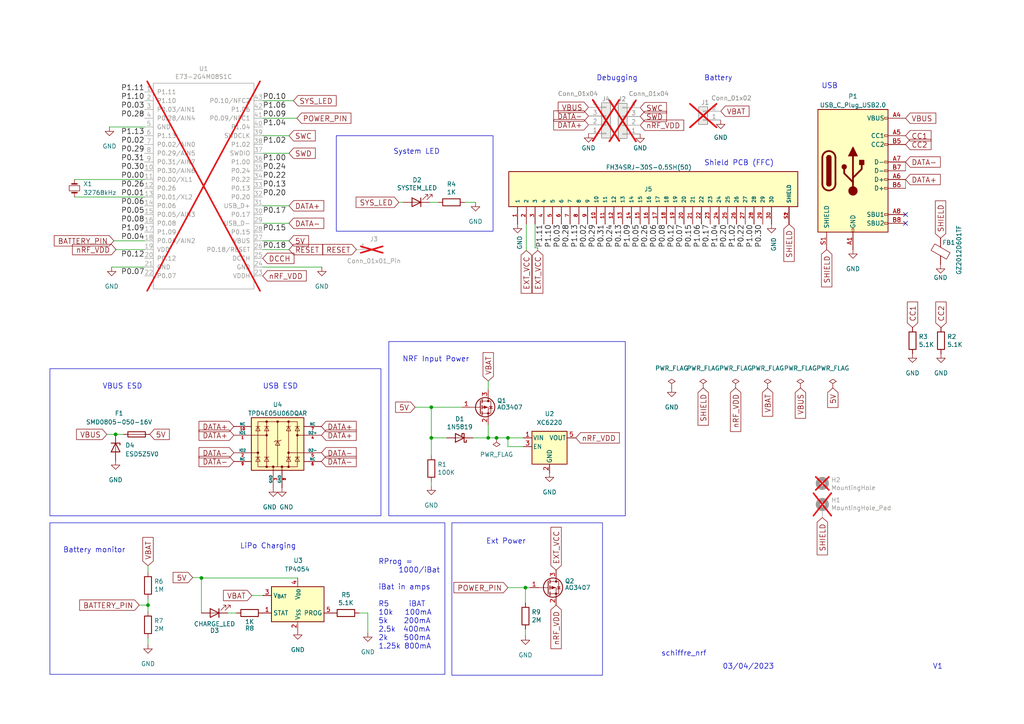
<source format=kicad_sch>
(kicad_sch (version 20230121) (generator eeschema)
  (paper "A4")
  (lib_symbols
    (symbol "Battery_Management:MCP73832-2-OT"
      (property "Reference" "U" (at -7.62 6.35 0))
      (property "Value" "MCP73832-2-OT" (at 1.27 6.35 0))
      (symbol "MCP73832-2-OT_1_1"
        (pin output line (at 10.16 -2.54 180) (length 2.54) (name "STAT") (number "1"))
        (pin power_in line (at 0 -7.62 90) (length 2.54) (name "V_{SS}") (number "2"))
        (pin power_out line (at 10.16 2.54 180) (length 2.54) (name "V_{BAT}") (number "3"))
        (pin power_in line (at 0 7.62 270) (length 2.54) (name "V_{DD}") (number "4"))
        (pin input line (at -10.16 -2.54 0) (length 2.54) (name "PROG") (number "5"))
      )
    )
    (symbol "Connector:Conn_01x01_Pin" (pin_names (offset 1.016) hide)
      (property "Reference" "J" (at 0 2.54 0))
      (property "Value" "Conn_01x01_Pin" (at 0 -2.54 0))
      (symbol "Conn_01x01_Pin_1_1"
        (pin passive line (at 5.08 0 180) (length 3.81) (name "Pin_1") (number "1"))
      )
    )
    (symbol "Connector:USB_C_Receptacle_USB2.0" (pin_names (offset 1.016))
      (property "Reference" "J" (at -10.16 19.05 0))
      (property "Value" "USB_C_Receptacle_USB2.0" (at 19.05 19.05 0))
      (symbol "USB_C_Receptacle_USB2.0_1_1"
        (pin passive line (at 0 -22.86 90) (length 5.08) (name "GND") (number "A1"))
        (pin passive line (at 0 -22.86 90) (length 5.08) hide (name "GND") (number "A12"))
        (pin passive line (at 15.24 15.24 180) (length 5.08) (name "VBUS") (number "A4"))
        (pin bidirectional line (at 15.24 10.16 180) (length 5.08) (name "CC1") (number "A5"))
        (pin bidirectional line (at 15.24 -2.54 180) (length 5.08) (name "D+") (number "A6"))
        (pin bidirectional line (at 15.24 2.54 180) (length 5.08) (name "D-") (number "A7"))
        (pin bidirectional line (at 15.24 -12.7 180) (length 5.08) (name "SBU1") (number "A8"))
        (pin passive line (at 15.24 15.24 180) (length 5.08) hide (name "VBUS") (number "A9"))
        (pin passive line (at 0 -22.86 90) (length 5.08) hide (name "GND") (number "B1"))
        (pin passive line (at 0 -22.86 90) (length 5.08) hide (name "GND") (number "B12"))
        (pin passive line (at 15.24 15.24 180) (length 5.08) hide (name "VBUS") (number "B4"))
        (pin bidirectional line (at 15.24 7.62 180) (length 5.08) (name "CC2") (number "B5"))
        (pin bidirectional line (at 15.24 -5.08 180) (length 5.08) (name "D+") (number "B6"))
        (pin bidirectional line (at 15.24 0 180) (length 5.08) (name "D-") (number "B7"))
        (pin bidirectional line (at 15.24 -15.24 180) (length 5.08) (name "SBU2") (number "B8"))
        (pin passive line (at 15.24 15.24 180) (length 5.08) hide (name "VBUS") (number "B9"))
        (pin passive line (at -7.62 -22.86 90) (length 5.08) (name "SHIELD") (number "S1"))
      )
    )
    (symbol "Connector_Generic:Conn_01x02" (pin_names (offset 1.016) hide)
      (property "Reference" "J" (at 0 2.54 0))
      (property "Value" "Conn_01x02" (at 0 -5.08 0))
      (symbol "Conn_01x02_1_1"
        (pin passive line (at -5.08 0 0) (length 3.81) (name "Pin_1") (number "1"))
        (pin passive line (at -5.08 -2.54 0) (length 3.81) (name "Pin_2") (number "2"))
      )
    )
    (symbol "Connector_Generic:Conn_01x04" (pin_names (offset 1.016) hide)
      (property "Reference" "J" (at 0 5.08 0))
      (property "Value" "Conn_01x04" (at 0 -7.62 0))
      (symbol "Conn_01x04_1_1"
        (pin passive line (at -5.08 2.54 0) (length 3.81) (name "Pin_1") (number "1"))
        (pin passive line (at -5.08 0 0) (length 3.81) (name "Pin_2") (number "2"))
        (pin passive line (at -5.08 -2.54 0) (length 3.81) (name "Pin_3") (number "3"))
        (pin passive line (at -5.08 -5.08 0) (length 3.81) (name "Pin_4") (number "4"))
      )
    )
    (symbol "Device:Crystal_Small" (pin_numbers hide) (pin_names (offset 1.016) hide)
      (property "Reference" "Y" (at 0 2.54 0))
      (property "Value" "Crystal_Small" (at 0 -2.54 0))
      (symbol "Crystal_Small_1_1"
        (pin passive line (at -2.54 0 0) (length 1.27) (name "1") (number "1"))
        (pin passive line (at 2.54 0 180) (length 1.27) (name "2") (number "2"))
      )
    )
    (symbol "Device:D_Zener" (pin_numbers hide) (pin_names (offset 1.016) hide)
      (property "Reference" "D" (at 0 2.54 0))
      (property "Value" "D_Zener" (at 0 -2.54 0))
      (symbol "D_Zener_1_1"
        (pin passive line (at -3.81 0 0) (length 2.54) (name "K") (number "1"))
        (pin passive line (at 3.81 0 180) (length 2.54) (name "A") (number "2"))
      )
    )
    (symbol "Device:FerriteBead" (pin_numbers hide) (pin_names (offset 0))
      (property "Reference" "FB" (at -3.81 0.635 90))
      (property "Value" "FerriteBead" (at 3.81 0 90))
      (symbol "FerriteBead_1_1"
        (pin passive line (at 0 3.81 270) (length 2.54) (name "~") (number "1"))
        (pin passive line (at 0 -3.81 90) (length 2.54) (name "~") (number "2"))
      )
    )
    (symbol "Device:Fuse" (pin_numbers hide) (pin_names (offset 0))
      (property "Reference" "F" (at 2.032 0 90))
      (property "Value" "Fuse" (at -1.905 0 90))
      (symbol "Fuse_1_1"
        (pin passive line (at 0 3.81 270) (length 1.27) (name "~") (number "1"))
        (pin passive line (at 0 -3.81 90) (length 1.27) (name "~") (number "2"))
      )
    )
    (symbol "Device:LED" (pin_numbers hide) (pin_names (offset 1.016) hide)
      (property "Reference" "D" (at 0 2.54 0))
      (property "Value" "LED" (at 0 -2.54 0))
      (symbol "LED_1_1"
        (pin passive line (at -3.81 0 0) (length 2.54) (name "K") (number "1"))
        (pin passive line (at 3.81 0 180) (length 2.54) (name "A") (number "2"))
      )
    )
    (symbol "Device:R" (pin_numbers hide) (pin_names (offset 0))
      (property "Reference" "R" (at 2.032 0 90))
      (property "Value" "R" (at 0 0 90))
      (symbol "R_1_1"
        (pin passive line (at 0 3.81 270) (length 1.27) (name "~") (number "1"))
        (pin passive line (at 0 -3.81 90) (length 1.27) (name "~") (number "2"))
      )
    )
    (symbol "Diode:MBR0520" (pin_numbers hide) (pin_names (offset 1.016) hide)
      (property "Reference" "D" (at 0 2.54 0))
      (property "Value" "MBR0520" (at 0 -2.54 0))
      (symbol "MBR0520_1_1"
        (pin passive line (at -3.81 0 0) (length 2.54) (name "K") (number "1"))
        (pin passive line (at 3.81 0 180) (length 2.54) (name "A") (number "2"))
      )
    )
    (symbol "E73-2G4M08S1C:E73-2G4M08S1C-52840" (pin_names (offset 1.016))
      (property "Reference" "U1" (at -0.635 34.671 0))
      (property "Value" "E73-2G4M08S1C" (at -0.635 32.3596 0))
      (symbol "E73-2G4M08S1C-52840_1_1"
        (pin input line (at -17.78 27.94 0) (length 2.54) (name "P1.11") (number "1"))
        (pin input line (at -17.78 5.08 0) (length 2.54) (name "P0.30/AIN6") (number "10"))
        (pin input line (at -17.78 2.54 0) (length 2.54) (name "P0.00/XL1") (number "11"))
        (pin input line (at -17.78 0 0) (length 2.54) (name "P0.26") (number "12"))
        (pin input line (at -17.78 -2.54 0) (length 2.54) (name "P0.01/XL2") (number "13"))
        (pin input line (at -17.78 -5.08 0) (length 2.54) (name "P0.06") (number "14"))
        (pin input line (at -17.78 -7.62 0) (length 2.54) (name "P0.05/AIN3") (number "15"))
        (pin input line (at -17.78 -10.16 0) (length 2.54) (name "P0.08") (number "16"))
        (pin input line (at -17.78 -12.7 0) (length 2.54) (name "P1.09") (number "17"))
        (pin input line (at -17.78 -15.24 0) (length 2.54) (name "P0.04/AIN2") (number "18"))
        (pin power_in line (at -17.78 -17.78 0) (length 2.54) (name "VDD") (number "19"))
        (pin input line (at -17.78 25.4 0) (length 2.54) (name "P1.10") (number "2"))
        (pin input line (at -17.78 -20.32 0) (length 2.54) (name "P0.12") (number "20"))
        (pin power_in line (at -17.78 -22.86 0) (length 2.54) (name "GND") (number "21"))
        (pin input line (at -17.78 -25.4 0) (length 2.54) (name "P0.07") (number "22"))
        (pin power_in line (at 16.51 -25.4 180) (length 2.54) (name "VDDH") (number "23"))
        (pin power_in line (at 16.51 -22.86 180) (length 2.54) (name "GND") (number "24"))
        (pin power_out line (at 16.51 -20.32 180) (length 2.54) (name "DCCH") (number "25"))
        (pin input line (at 16.51 -17.78 180) (length 2.54) (name "P0.18/RESET") (number "26"))
        (pin power_in line (at 16.51 -15.24 180) (length 2.54) (name "VBUS") (number "27"))
        (pin power_in line (at 16.51 -12.7 180) (length 2.54) (name "P0.15") (number "28"))
        (pin input line (at 16.51 -10.16 180) (length 2.54) (name "USB_D-") (number "29"))
        (pin input line (at -17.78 22.86 0) (length 2.54) (name "P0.03/AIN1") (number "3"))
        (pin input line (at 16.51 -7.62 180) (length 2.54) (name "P0.17") (number "30"))
        (pin input line (at 16.51 -5.08 180) (length 2.54) (name "USB_D+") (number "31"))
        (pin input line (at 16.51 -2.54 180) (length 2.54) (name "P0.20") (number "32"))
        (pin input line (at 16.51 0 180) (length 2.54) (name "P0.13") (number "33"))
        (pin input line (at 16.51 2.54 180) (length 2.54) (name "P0.22") (number "34"))
        (pin input line (at 16.51 5.08 180) (length 2.54) (name "P0.24") (number "35"))
        (pin input line (at 16.51 7.62 180) (length 2.54) (name "P1.00") (number "36"))
        (pin input line (at 16.51 10.16 180) (length 2.54) (name "SWDIO") (number "37"))
        (pin input line (at 16.51 12.7 180) (length 2.54) (name "P1.02") (number "38"))
        (pin input line (at 16.51 15.24 180) (length 2.54) (name "SWDCLK") (number "39"))
        (pin input line (at -17.78 20.32 0) (length 2.54) (name "P0.28/AIN4") (number "4"))
        (pin input line (at 16.51 17.78 180) (length 2.54) (name "P1.04") (number "40"))
        (pin input line (at 16.51 20.32 180) (length 2.54) (name "P0.09/NFC1") (number "41"))
        (pin input line (at 16.51 22.86 180) (length 2.54) (name "P1.06") (number "42"))
        (pin input line (at 16.51 25.4 180) (length 2.54) (name "P0.10/NFC2") (number "43"))
        (pin power_in line (at -17.78 17.78 0) (length 2.54) (name "GND") (number "5"))
        (pin input line (at -17.78 15.24 0) (length 2.54) (name "P1.13") (number "6"))
        (pin input line (at -17.78 12.7 0) (length 2.54) (name "P0.02/AIN0") (number "7"))
        (pin input line (at -17.78 10.16 0) (length 2.54) (name "P0.29/AIN5") (number "8"))
        (pin input line (at -17.78 7.62 0) (length 2.54) (name "P0.31/AIN7") (number "9"))
      )
    )
    (symbol "FH34SRJ-30S-05:FH34SRJ-30S-0.5SH(50)" (pin_names (offset 1.016))
      (property "Reference" "J" (at -5.08 41.91 0))
      (property "Value" "FH34SRJ-30S-0.5SH(50)" (at -5.08 -45.72 0))
      (symbol "FH34SRJ-30S-0.5SH(50)_0_0"
        (pin passive line (at -10.16 38.1 0) (length 5.08) (name "1") (number "1"))
        (pin passive line (at -10.16 15.24 0) (length 5.08) (name "10") (number "10"))
        (pin passive line (at -10.16 12.7 0) (length 5.08) (name "11") (number "11"))
        (pin passive line (at -10.16 10.16 0) (length 5.08) (name "12") (number "12"))
        (pin passive line (at -10.16 7.62 0) (length 5.08) (name "13") (number "13"))
        (pin passive line (at -10.16 5.08 0) (length 5.08) (name "14") (number "14"))
        (pin passive line (at -10.16 2.54 0) (length 5.08) (name "15") (number "15"))
        (pin passive line (at -10.16 0 0) (length 5.08) (name "16") (number "16"))
        (pin passive line (at -10.16 -2.54 0) (length 5.08) (name "17") (number "17"))
        (pin passive line (at -10.16 -5.08 0) (length 5.08) (name "18") (number "18"))
        (pin passive line (at -10.16 -7.62 0) (length 5.08) (name "19") (number "19"))
        (pin passive line (at -10.16 35.56 0) (length 5.08) (name "2") (number "2"))
        (pin passive line (at -10.16 -10.16 0) (length 5.08) (name "20") (number "20"))
        (pin passive line (at -10.16 -12.7 0) (length 5.08) (name "21") (number "21"))
        (pin passive line (at -10.16 -15.24 0) (length 5.08) (name "22") (number "22"))
        (pin passive line (at -10.16 -17.78 0) (length 5.08) (name "23") (number "23"))
        (pin passive line (at -10.16 -20.32 0) (length 5.08) (name "24") (number "24"))
        (pin passive line (at -10.16 -22.86 0) (length 5.08) (name "25") (number "25"))
        (pin passive line (at -10.16 -25.4 0) (length 5.08) (name "26") (number "26"))
        (pin passive line (at -10.16 -27.94 0) (length 5.08) (name "27") (number "27"))
        (pin passive line (at -10.16 -30.48 0) (length 5.08) (name "28") (number "28"))
        (pin passive line (at -10.16 -33.02 0) (length 5.08) (name "29") (number "29"))
        (pin passive line (at -10.16 33.02 0) (length 5.08) (name "3") (number "3"))
        (pin passive line (at -10.16 -35.56 0) (length 5.08) (name "30") (number "30"))
        (pin passive line (at -10.16 30.48 0) (length 5.08) (name "4") (number "4"))
        (pin passive line (at -10.16 27.94 0) (length 5.08) (name "5") (number "5"))
        (pin passive line (at -10.16 25.4 0) (length 5.08) (name "6") (number "6"))
        (pin passive line (at -10.16 22.86 0) (length 5.08) (name "7") (number "7"))
        (pin passive line (at -10.16 20.32 0) (length 5.08) (name "8") (number "8"))
        (pin passive line (at -10.16 17.78 0) (length 5.08) (name "9") (number "9"))
        (pin passive line (at -10.16 -40.64 0) (length 5.08) (name "SHIELD") (number "S1"))
        (pin passive line (at -10.16 -40.64 0) (length 5.08) (name "SHIELD") (number "S2"))
      )
    )
    (symbol "Mechanical:MountingHole" (pin_names (offset 1.016))
      (property "Reference" "H" (at 0 5.08 0))
      (property "Value" "MountingHole" (at 0 3.175 0))
    )
    (symbol "Mechanical:MountingHole_Pad" (pin_numbers hide) (pin_names (offset 1.016) hide)
      (property "Reference" "H" (at 0 6.35 0))
      (property "Value" "MountingHole_Pad" (at 0 4.445 0))
      (symbol "MountingHole_Pad_1_1"
        (pin input line (at 0 -2.54 90) (length 2.54) (name "1") (number "1"))
      )
    )
    (symbol "Regulator_Linear:AP2112K-3.3" (pin_names (offset 0.254))
      (property "Reference" "U" (at -5.08 5.715 0))
      (property "Value" "AP2112K-3.3" (at 0 5.715 0))
      (symbol "AP2112K-3.3_1_1"
        (pin power_in line (at -7.62 2.54 0) (length 2.54) (name "VIN") (number "1"))
        (pin power_in line (at 0 -7.62 90) (length 2.54) (name "GND") (number "2"))
        (pin input line (at -7.62 0 0) (length 2.54) (name "EN") (number "3"))
        (pin no_connect line (at 5.08 0 180) (length 2.54) hide (name "NC") (number "4"))
        (pin power_out line (at 7.62 2.54 180) (length 2.54) (name "VOUT") (number "5"))
      )
    )
    (symbol "Transistor_FET:BSS83P" (pin_names hide)
      (property "Reference" "Q" (at 5.08 1.905 0))
      (property "Value" "BSS83P" (at 5.08 0 0))
      (symbol "BSS83P_1_1"
        (pin input line (at -5.08 0 0) (length 2.54) (name "G") (number "1"))
        (pin passive line (at 2.54 -5.08 90) (length 2.54) (name "S") (number "2"))
        (pin passive line (at 2.54 5.08 270) (length 2.54) (name "D") (number "3"))
      )
    )
    (symbol "acheron_Symbols:TPD4E05U06DQAR" (pin_names (offset 0))
      (property "Reference" "U" (at 0 12.7 0))
      (property "Value" "TPD4E05U06DQAR" (at 0 10.16 0))
      (symbol "TPD4E05U06DQAR_1_1"
        (pin bidirectional line (at -12.7 2.54 0) (length 5.08) (name "IO1") (number "1"))
        (pin bidirectional line (at -12.7 5.08 0) (length 5.08) (name "NC") (number "10"))
        (pin bidirectional line (at -12.7 -2.54 0) (length 5.08) (name "IO2") (number "2"))
        (pin power_in line (at -1.27 -12.7 90) (length 5.08) (name "GND") (number "3"))
        (pin bidirectional line (at 12.7 2.54 180) (length 5.08) (name "D2+") (number "4"))
        (pin bidirectional line (at 12.7 -2.54 180) (length 5.08) (name "D2-") (number "5"))
        (pin bidirectional line (at 12.7 -5.08 180) (length 5.08) (name "NC") (number "6"))
        (pin bidirectional line (at 12.7 5.08 180) (length 5.08) (name "NC") (number "7"))
        (pin power_in line (at 1.27 -12.7 90) (length 5.08) (name "GND") (number "8"))
        (pin bidirectional line (at -12.7 -5.08 0) (length 5.08) (name "NC") (number "9"))
      )
    )
    (symbol "nrfmicro-rescue:GND" (power) (pin_names (offset 0))
      (property "Value" "GND" (at 0 -3.81 0))
      (symbol "GND_1_1"
        (pin power_in line (at 0 0 270) (length 0) hide (name "GND") (number "1"))
      )
    )
    (symbol "power:GND" (power) (pin_names (offset 0))
      (property "Value" "GND" (at 0 -3.81 0))
      (symbol "GND_1_1"
        (pin power_in line (at 0 0 270) (length 0) hide (name "GND") (number "1"))
      )
    )
    (symbol "power:PWR_FLAG" (power) (pin_numbers hide) (pin_names (offset 0) hide)
      (property "Value" "PWR_FLAG" (at 0 3.81 0))
      (symbol "PWR_FLAG_0_0"
        (pin power_out line (at 0 0 90) (length 0) (name "pwr") (number "1"))
      )
    )
  )
  (junction (at 42.926 175.514))
  (junction (at 152.4 170.434))
  (junction (at 125.095 118.11))
  (junction (at 147.32 127))
  (junction (at 144.018 127))
  (junction (at 58.42 167.64))
  (junction (at 141.605 127))
  (junction (at 125.095 127))
  (junction (at 33.528 125.984))
  (no_connect (at 262.636 62.23))
  (no_connect (at 262.636 64.77))
  (wire (pts (xy 73.025 172.72) (xy 76.2 172.72)))
  (wire (pts (xy 83.82 72.39) (xy 76.2 72.39)))
  (wire (pts (xy 42.926 185.039) (xy 42.926 186.944)))
  (wire (pts (xy 55.88 167.513) (xy 58.42 167.513)))
  (wire (pts (xy 76.2 29.21) (xy 85.09 29.21)))
  (wire (pts (xy 33.528 125.984) (xy 35.814 125.984)))
  (wire (pts (xy 125.095 139.7) (xy 125.095 140.97)))
  (wire (pts (xy 58.42 177.8) (xy 58.42 167.64)))
  (wire (pts (xy 124.587 58.674) (xy 127.127 58.674)))
  (wire (pts (xy 152.654 72.644) (xy 152.654 65.024)))
  (wire (pts (xy 152.4 170.434) (xy 153.67 170.434)))
  (wire (pts (xy 83.82 69.85) (xy 76.2 69.85)))
  (wire (pts (xy 147.32 129.54) (xy 147.32 127)))
  (wire (pts (xy 21.59 57.15) (xy 41.91 57.15)))
  (wire (pts (xy 152.4 182.499) (xy 152.4 184.404)))
  (wire (pts (xy 155.194 71.882) (xy 155.194 65.024)))
  (wire (pts (xy 147.32 170.434) (xy 152.4 170.434)))
  (wire (pts (xy 125.095 127) (xy 125.095 132.08)))
  (wire (pts (xy 83.82 44.45) (xy 76.2 44.45)))
  (wire (pts (xy 262.636 46.99) (xy 262.636 49.53)))
  (wire (pts (xy 83.82 64.77) (xy 76.2 64.77)))
  (wire (pts (xy 104.14 177.8) (xy 106.68 177.8)))
  (wire (pts (xy 21.59 52.07) (xy 41.91 52.07)))
  (wire (pts (xy 262.636 52.07) (xy 262.636 54.61)))
  (wire (pts (xy 141.605 110.49) (xy 141.605 113.03)))
  (wire (pts (xy 125.095 118.11) (xy 120.396 118.11)))
  (wire (pts (xy 41.91 77.47) (xy 32.385 77.47)))
  (wire (pts (xy 40.386 175.514) (xy 42.926 175.514)))
  (wire (pts (xy 66.04 177.8) (xy 68.58 177.8)))
  (wire (pts (xy 141.605 127) (xy 144.018 127)))
  (wire (pts (xy 58.42 167.513) (xy 58.42 167.64)))
  (wire (pts (xy 76.2 34.29) (xy 86.106 34.29)))
  (wire (pts (xy 125.095 127) (xy 129.54 127)))
  (wire (pts (xy 141.605 123.19) (xy 141.605 127)))
  (wire (pts (xy 76.2 77.47) (xy 93.345 77.47)))
  (wire (pts (xy 144.018 127) (xy 147.32 127)))
  (wire (pts (xy 125.095 118.11) (xy 125.095 127)))
  (wire (pts (xy 151.765 129.54) (xy 147.32 129.54)))
  (wire (pts (xy 58.42 167.64) (xy 86.36 167.64)))
  (wire (pts (xy 83.82 59.69) (xy 76.2 59.69)))
  (wire (pts (xy 155.956 71.882) (xy 155.194 71.882)))
  (wire (pts (xy 137.16 127) (xy 141.605 127)))
  (wire (pts (xy 42.926 164.084) (xy 42.926 165.989)))
  (wire (pts (xy 41.91 69.85) (xy 33.02 69.85)))
  (wire (pts (xy 83.82 39.37) (xy 76.2 39.37)))
  (wire (pts (xy 31.75 36.83) (xy 41.91 36.83)))
  (wire (pts (xy 115.697 58.674) (xy 116.967 58.674)))
  (wire (pts (xy 41.91 72.39) (xy 33.655 72.39)))
  (wire (pts (xy 134.747 58.674) (xy 137.922 58.674)))
  (wire (pts (xy 42.926 173.609) (xy 42.926 175.514)))
  (wire (pts (xy 106.68 177.8) (xy 106.68 183.515)))
  (wire (pts (xy 155.956 72.644) (xy 155.956 71.882)))
  (wire (pts (xy 152.4 174.879) (xy 152.4 170.434)))
  (wire (pts (xy 125.095 118.11) (xy 133.985 118.11)))
  (wire (pts (xy 42.926 175.514) (xy 42.926 177.419)))
  (wire (pts (xy 147.32 127) (xy 151.765 127)))
  (wire (pts (xy 30.988 125.984) (xy 33.528 125.984)))
  (rectangle (start 112.776 99.06) (end 181.356 149.606))
  (rectangle (start 14.478 151.638) (end 129.032 195.58))
  (rectangle (start 97.536 39.37) (end 143.002 67.056))
  (rectangle (start 131.064 151.638) (end 174.752 195.834))
  (rectangle (start 14.478 106.934) (end 110.49 149.606))
  (text "LiPo Charging\n" (at 69.596 159.385 0) (effects (font (size 1.524 1.524)) (justify left bottom)))
  (text "03/04/2023" (at 209.55 194.31 0) (effects (font (size 1.524 1.524)) (justify left bottom)))
  (text "V1" (at 270.51 194.31 0) (effects (font (size 1.524 1.524)) (justify left bottom)))
  (text "VBUS ESD" (at 29.718 113.03 0) (effects (font (size 1.524 1.524)) (justify left bottom)))
  (text "RProg =\n     1000/iBat\n\niBat in amps\n\nR5     iBAT\n10k   100mA\n5k    200mA\n2.5k  400mA\n2k    500mA\n1.25k 800mA" (at 109.728 188.468 0) (effects (font (size 1.524 1.524)) (justify left bottom)))
  (text "Debugging" (at 172.974 23.622 0) (effects (font (size 1.524 1.524)) (justify left bottom)))
  (text "USB" (at 238.252 25.908 0) (effects (font (size 1.524 1.524)) (justify left bottom)))
  (text "NRF Input Power" (at 116.713 105.156 0) (effects (font (size 1.524 1.524)) (justify left bottom)))
  (text "schiffre_nrf" (at 191.77 190.5 0) (effects (font (size 1.524 1.524)) (justify left bottom)))
  (text "USB ESD" (at 76.2 113.03 0) (effects (font (size 1.524 1.524)) (justify left bottom)))
  (text "System LED" (at 114.046 44.958 0) (effects (font (size 1.524 1.524)) (justify left bottom)))
  (text "Shield PCB (FFC)" (at 204.216 48.26 0) (effects (font (size 1.524 1.524)) (justify left bottom)))
  (text "Battery monitor" (at 18.288 160.528 0) (effects (font (size 1.524 1.524)) (justify left bottom)))
  (text "Battery" (at 204.216 23.622 0) (effects (font (size 1.524 1.524)) (justify left bottom)))
  (text "Ext Power" (at 140.97 157.988 0) (effects (font (size 1.524 1.524)) (justify left bottom)))
  (label "P0.15" (at 76.2 67.31 0) (effects (font (size 1.524 1.524))))
  (label "P0.15" (at 200.914 65.024 270) (effects (font (size 1.524 1.524))))
  (label "P0.03" (at 162.814 65.024 270) (effects (font (size 1.524 1.524))))
  (label "P0.28" (at 41.91 34.29 180) (effects (font (size 1.524 1.524))))
  (label "P0.26" (at 41.91 54.61 180) (effects (font (size 1.524 1.524))))
  (label "P0.29" (at 41.91 44.45 180) (effects (font (size 1.524 1.524))))
  (label "P0.08" (at 193.294 65.024 270) (effects (font (size 1.524 1.524))))
  (label "P0.06" (at 41.91 59.69 180) (effects (font (size 1.524 1.524))))
  (label "P0.30" (at 41.91 49.53 180) (effects (font (size 1.524 1.524))))
  (label "P1.06" (at 203.454 65.024 270) (effects (font (size 1.524 1.524))))
  (label "P0.04" (at 41.91 69.85 180) (effects (font (size 1.524 1.524))))
  (label "P0.29" (at 172.974 65.024 270) (effects (font (size 1.524 1.524))))
  (label "P0.12" (at 41.91 74.93 180) (effects (font (size 1.524 1.524))))
  (label "P0.12" (at 195.834 65.024 270) (effects (font (size 1.524 1.524))))
  (label "P0.08" (at 41.91 64.77 180) (effects (font (size 1.524 1.524))))
  (label "P0.22" (at 76.2 52.07 0) (effects (font (size 1.524 1.524))))
  (label "P0.17" (at 76.2 62.23 0) (effects (font (size 1.524 1.524))))
  (label "P1.11" (at 157.734 65.024 270) (effects (font (size 1.524 1.524))))
  (label "P1.10" (at 160.274 65.024 270) (effects (font (size 1.524 1.524))))
  (label "P0.20" (at 76.2 57.15 0) (effects (font (size 1.524 1.524))))
  (label "P1.09" (at 41.91 67.31 180) (effects (font (size 1.524 1.524))))
  (label "P0.24" (at 178.054 65.024 270) (effects (font (size 1.524 1.524))))
  (label "P1.02" (at 76.2 41.91 0) (effects (font (size 1.524 1.524))))
  (label "P0.31" (at 175.514 65.024 270) (effects (font (size 1.524 1.524))))
  (label "P0.22" (at 216.154 65.024 270) (effects (font (size 1.524 1.524))))
  (label "P1.11" (at 41.91 26.67 180) (effects (font (size 1.524 1.524))))
  (label "P1.04" (at 76.2 36.83 0) (effects (font (size 1.524 1.524))))
  (label "P0.24" (at 76.2 49.53 0) (effects (font (size 1.524 1.524))))
  (label "P1.13" (at 167.894 65.024 270) (effects (font (size 1.524 1.524))))
  (label "P0.07" (at 198.374 65.024 270) (effects (font (size 1.524 1.524))))
  (label "P0.00" (at 41.91 52.07 180) (effects (font (size 1.524 1.524))))
  (label "P0.02" (at 170.434 65.024 270) (effects (font (size 1.524 1.524))))
  (label "P0.05" (at 41.91 62.23 180) (effects (font (size 1.524 1.524))))
  (label "P0.20" (at 211.074 65.024 270) (effects (font (size 1.524 1.524))))
  (label "P1.13" (at 41.91 39.37 180) (effects (font (size 1.524 1.524))))
  (label "P0.30" (at 221.234 65.024 270) (effects (font (size 1.524 1.524))))
  (label "P0.17" (at 205.994 65.024 270) (effects (font (size 1.524 1.524))))
  (label "P0.13" (at 180.594 65.024 270) (effects (font (size 1.524 1.524))))
  (label "P0.06" (at 190.754 65.024 270) (effects (font (size 1.524 1.524))))
  (label "P0.09" (at 76.2 34.29 0) (effects (font (size 1.524 1.524))))
  (label "P1.00" (at 218.694 65.024 270) (effects (font (size 1.524 1.524))))
  (label "P1.06" (at 76.2 31.75 0) (effects (font (size 1.524 1.524))))
  (label "P1.02" (at 213.614 65.024 270) (effects (font (size 1.524 1.524))))
  (label "P0.31" (at 41.91 46.99 180) (effects (font (size 1.524 1.524))))
  (label "P0.07" (at 41.91 80.01 180) (effects (font (size 1.524 1.524))))
  (label "P0.28" (at 165.354 65.024 270) (effects (font (size 1.524 1.524))))
  (label "P0.10" (at 76.2 29.21 0) (effects (font (size 1.524 1.524))))
  (label "P1.10" (at 41.91 29.21 180) (effects (font (size 1.524 1.524))))
  (label "P0.26" (at 188.214 65.024 270) (effects (font (size 1.524 1.524))))
  (label "P1.00" (at 76.2 46.99 0) (effects (font (size 1.524 1.524))))
  (label "P1.09" (at 183.134 65.024 270) (effects (font (size 1.524 1.524))))
  (label "P0.18" (at 76.2 72.39 0) (effects (font (size 1.524 1.524))))
  (label "P0.03" (at 41.91 31.75 180) (effects (font (size 1.524 1.524))))
  (label "P1.04" (at 208.534 65.024 270) (effects (font (size 1.524 1.524))))
  (label "P0.01" (at 41.91 57.15 180) (effects (font (size 1.524 1.524))))
  (label "P0.05" (at 185.674 65.024 270) (effects (font (size 1.524 1.524))))
  (label "P0.13" (at 76.2 54.61 0) (effects (font (size 1.524 1.524))))
  (label "P0.02" (at 41.91 41.91 180) (effects (font (size 1.524 1.524))))
  (global_label "nRF_VDD" (shape input) (at 161.29 175.514 270) (effects (font (size 1.524 1.524))) (property "Intersheetrefs" "${INTERSHEET_REFS}" (effects hide)))
  (global_label "VBUS" (shape input) (at 30.988 125.984 180) (effects (font (size 1.524 1.524))) (property "Intersheetrefs" "${INTERSHEET_REFS}" (effects hide)))
  (global_label "VBUS" (shape input) (at 232.156 112.522 270) (effects (font (size 1.524 1.524))) (property "Intersheetrefs" "${INTERSHEET_REFS}" (effects hide)))
  (global_label "POWER_PIN" (shape input) (at 147.32 170.434 180) (effects (font (size 1.524 1.524))) (property "Intersheetrefs" "${INTERSHEET_REFS}" (effects hide)))
  (global_label "VBAT" (shape input) (at 209.042 32.258 0) (effects (font (size 1.524 1.524))) (property "Intersheetrefs" "${INTERSHEET_REFS}" (effects hide)))
  (global_label "DATA+" (shape input) (at 93.218 123.698 0) (effects (font (size 1.524 1.524))) (property "Intersheetrefs" "${INTERSHEET_REFS}" (effects hide)))
  (global_label "DATA-" (shape input) (at 83.82 64.77 0) (effects (font (size 1.524 1.524))) (property "Intersheetrefs" "${INTERSHEET_REFS}" (effects hide)))
  (global_label "nRF_VDD" (shape input) (at 33.655 72.39 180) (effects (font (size 1.524 1.524))) (property "Intersheetrefs" "${INTERSHEET_REFS}" (effects hide)))
  (global_label "SWC" (shape input) (at 83.82 39.37 0) (effects (font (size 1.524 1.524))) (property "Intersheetrefs" "${INTERSHEET_REFS}" (effects hide)))
  (global_label "VBUS" (shape input) (at 262.636 34.29 0) (effects (font (size 1.524 1.524))) (property "Intersheetrefs" "${INTERSHEET_REFS}" (effects hide)))
  (global_label "CC1" (shape input) (at 264.668 94.996 90) (effects (font (size 1.524 1.524))) (property "Intersheetrefs" "${INTERSHEET_REFS}" (effects hide)))
  (global_label "5V" (shape input) (at 43.434 125.984 0) (effects (font (size 1.524 1.524))) (property "Intersheetrefs" "${INTERSHEET_REFS}" (effects hide)))
  (global_label "nRF_VDD" (shape input) (at 185.674 36.322 0) (effects (font (size 1.524 1.524))) (property "Intersheetrefs" "${INTERSHEET_REFS}" (effects hide)))
  (global_label "DATA-" (shape input) (at 93.218 131.318 0) (effects (font (size 1.524 1.524))) (property "Intersheetrefs" "${INTERSHEET_REFS}" (effects hide)))
  (global_label "CC2" (shape input) (at 262.636 41.91 0) (effects (font (size 1.524 1.524))) (property "Intersheetrefs" "${INTERSHEET_REFS}" (effects hide)))
  (global_label "DATA+" (shape input) (at 67.818 126.238 180) (effects (font (size 1.524 1.524))) (property "Intersheetrefs" "${INTERSHEET_REFS}" (effects hide)))
  (global_label "DATA-" (shape input) (at 93.218 133.858 0) (effects (font (size 1.524 1.524))) (property "Intersheetrefs" "${INTERSHEET_REFS}" (effects hide)))
  (global_label "CC2" (shape input) (at 272.923 94.996 90) (effects (font (size 1.524 1.524))) (property "Intersheetrefs" "${INTERSHEET_REFS}" (effects hide)))
  (global_label "VBAT" (shape input) (at 222.631 112.522 270) (effects (font (size 1.524 1.524))) (property "Intersheetrefs" "${INTERSHEET_REFS}" (effects hide)))
  (global_label "SWD" (shape input) (at 185.674 33.782 0) (effects (font (size 1.524 1.524))) (property "Intersheetrefs" "${INTERSHEET_REFS}" (effects hide)))
  (global_label "DCCH" (shape input) (at 76.2 74.93 0) (effects (font (size 1.524 1.524))) (property "Intersheetrefs" "${INTERSHEET_REFS}" (effects hide)))
  (global_label "SHIELD" (shape input) (at 272.796 69.088 90) (effects (font (size 1.524 1.524))) (property "Intersheetrefs" "${INTERSHEET_REFS}" (effects hide)))
  (global_label "EXT_VCC" (shape input) (at 155.956 72.644 270) (effects (font (size 1.524 1.524))) (property "Intersheetrefs" "${INTERSHEET_REFS}" (effects hide)))
  (global_label "DATA-" (shape input) (at 170.688 33.655 180) (effects (font (size 1.524 1.524))) (property "Intersheetrefs" "${INTERSHEET_REFS}" (effects hide)))
  (global_label "DATA-" (shape input) (at 67.818 131.318 180) (effects (font (size 1.524 1.524))) (property "Intersheetrefs" "${INTERSHEET_REFS}" (effects hide)))
  (global_label "POWER_PIN" (shape input) (at 86.106 34.29 0) (effects (font (size 1.524 1.524))) (property "Intersheetrefs" "${INTERSHEET_REFS}" (effects hide)))
  (global_label "nRF_VDD" (shape input) (at 76.2 80.01 0) (effects (font (size 1.524 1.524))) (property "Intersheetrefs" "${INTERSHEET_REFS}" (effects hide)))
  (global_label "CC1" (shape input) (at 262.636 39.37 0) (effects (font (size 1.524 1.524))) (property "Intersheetrefs" "${INTERSHEET_REFS}" (effects hide)))
  (global_label "nRF_VDD" (shape input) (at 167.005 127 0) (effects (font (size 1.524 1.524))) (property "Intersheetrefs" "${INTERSHEET_REFS}" (effects hide)))
  (global_label "SHIELD" (shape input) (at 238.506 150.114 270) (effects (font (size 1.524 1.524))) (property "Intersheetrefs" "${INTERSHEET_REFS}" (effects hide)))
  (global_label "5V" (shape input) (at 241.554 112.522 270) (effects (font (size 1.524 1.524))) (property "Intersheetrefs" "${INTERSHEET_REFS}" (effects hide)))
  (global_label "DATA-" (shape input) (at 67.818 133.858 180) (effects (font (size 1.524 1.524))) (property "Intersheetrefs" "${INTERSHEET_REFS}" (effects hide)))
  (global_label "RESET" (shape input) (at 83.82 72.39 0) (effects (font (size 1.524 1.524))) (property "Intersheetrefs" "${INTERSHEET_REFS}" (effects hide)))
  (global_label "VBAT" (shape input) (at 42.926 164.084 90) (effects (font (size 1.524 1.524))) (property "Intersheetrefs" "${INTERSHEET_REFS}" (effects hide)))
  (global_label "SWC" (shape input) (at 185.674 31.242 0) (effects (font (size 1.524 1.524))) (property "Intersheetrefs" "${INTERSHEET_REFS}" (effects hide)))
  (global_label "SWD" (shape input) (at 83.82 44.45 0) (effects (font (size 1.524 1.524))) (property "Intersheetrefs" "${INTERSHEET_REFS}" (effects hide)))
  (global_label "nRF_VDD" (shape input) (at 213.36 112.522 270) (effects (font (size 1.524 1.524))) (property "Intersheetrefs" "${INTERSHEET_REFS}" (effects hide)))
  (global_label "DATA+" (shape input) (at 67.818 123.698 180) (effects (font (size 1.524 1.524))) (property "Intersheetrefs" "${INTERSHEET_REFS}" (effects hide)))
  (global_label "5V" (shape input) (at 83.82 69.85 0) (effects (font (size 1.524 1.524))) (property "Intersheetrefs" "${INTERSHEET_REFS}" (effects hide)))
  (global_label "SHIELD" (shape input) (at 203.962 112.522 270) (effects (font (size 1.524 1.524))) (property "Intersheetrefs" "${INTERSHEET_REFS}" (effects hide)))
  (global_label "VBUS" (shape input) (at 170.688 31.115 180) (effects (font (size 1.524 1.524))) (property "Intersheetrefs" "${INTERSHEET_REFS}" (effects hide)))
  (global_label "BATTERY_PIN" (shape input) (at 40.386 175.514 180) (effects (font (size 1.524 1.524))) (property "Intersheetrefs" "${INTERSHEET_REFS}" (effects hide)))
  (global_label "SYS_LED" (shape input) (at 85.09 29.21 0) (effects (font (size 1.524 1.524))) (property "Intersheetrefs" "${INTERSHEET_REFS}" (effects hide)))
  (global_label "SHIELD" (shape input) (at 239.776 72.39 270) (effects (font (size 1.524 1.524))) (property "Intersheetrefs" "${INTERSHEET_REFS}" (effects hide)))
  (global_label "DATA+" (shape input) (at 170.688 36.195 180) (effects (font (size 1.524 1.524))) (property "Intersheetrefs" "${INTERSHEET_REFS}" (effects hide)))
  (global_label "SHIELD" (shape input) (at 228.854 65.024 270) (effects (font (size 1.524 1.524))) (property "Intersheetrefs" "${INTERSHEET_REFS}" (effects hide)))
  (global_label "DATA+" (shape input) (at 262.636 52.07 0) (effects (font (size 1.524 1.524))) (property "Intersheetrefs" "${INTERSHEET_REFS}" (effects hide)))
  (global_label "DATA+" (shape input) (at 93.218 126.238 0) (effects (font (size 1.524 1.524))) (property "Intersheetrefs" "${INTERSHEET_REFS}" (effects hide)))
  (global_label "DATA+" (shape input) (at 83.82 59.69 0) (effects (font (size 1.524 1.524))) (property "Intersheetrefs" "${INTERSHEET_REFS}" (effects hide)))
  (global_label "DATA-" (shape input) (at 262.636 46.99 0) (effects (font (size 1.524 1.524))) (property "Intersheetrefs" "${INTERSHEET_REFS}" (effects hide)))
  (global_label "EXT_VCC" (shape input) (at 161.29 165.354 90) (effects (font (size 1.524 1.524))) (property "Intersheetrefs" "${INTERSHEET_REFS}" (effects hide)))
  (global_label "BATTERY_PIN" (shape input) (at 33.02 69.85 180) (effects (font (size 1.524 1.524))) (property "Intersheetrefs" "${INTERSHEET_REFS}" (effects hide)))
  (global_label "VBAT" (shape input) (at 73.025 172.72 180) (effects (font (size 1.524 1.524))) (property "Intersheetrefs" "${INTERSHEET_REFS}" (effects hide)))
  (global_label "5V" (shape input) (at 120.396 118.11 180) (effects (font (size 1.524 1.524))) (property "Intersheetrefs" "${INTERSHEET_REFS}" (effects hide)))
  (global_label "5V" (shape input) (at 55.88 167.513 180) (effects (font (size 1.524 1.524))) (property "Intersheetrefs" "${INTERSHEET_REFS}" (effects hide)))
  (global_label "EXT_VCC" (shape input) (at 152.654 72.644 270) (effects (font (size 1.524 1.524))) (property "Intersheetrefs" "${INTERSHEET_REFS}" (effects hide)))
  (global_label "SYS_LED" (shape input) (at 115.697 58.674 180) (effects (font (size 1.524 1.524))) (property "Intersheetrefs" "${INTERSHEET_REFS}" (effects hide)))
  (global_label "RESET" (shape input) (at 103.378 72.39 180) (effects (font (size 1.524 1.524))) (property "Intersheetrefs" "${INTERSHEET_REFS}" (effects hide)))
  (global_label "VBAT" (shape input) (at 141.605 110.49 90) (effects (font (size 1.524 1.524))) (property "Intersheetrefs" "${INTERSHEET_REFS}" (effects hide)))
  (symbol (lib_id "Diode:MBR0520") (at 133.35 127 180) (unit 1)
    (property "Reference" "D1" (at 133.35 121.5136 0))
    (property "Value" "1N5819" (at 133.35 123.825 0))
    (property "Footprint" "Diode_SMD:D_SOD-323F" (effects hide))
    (property "Datasheet" "http://www.mccsemi.com/up_pdf/MBR0520~MBR0580(SOD123).pdf" (effects hide))
    (property "MPN" "C191023" (effects hide))
  )
  (symbol (lib_id "Transistor_FET:BSS83P") (at 139.065 118.11 0) (unit 1)
    (property "Reference" "Q1" (at 144.145 116.205 0) (effects (justify left)))
    (property "Value" "AO3407" (at 144.145 118.11 0) (effects (justify left)))
    (property "Footprint" "Package_TO_SOT_SMD:SOT-23" (effects hide))
    (property "Datasheet" "http://www.farnell.com/datasheets/1835997.pdf" (effects hide))
    (property "MPN" "C351408" (effects hide))
  )
  (symbol (lib_id "Device:R") (at 125.095 135.89 0) (unit 1)
    (property "Reference" "R1" (at 126.873 134.7216 0) (effects (justify left)))
    (property "Value" "100K" (at 126.873 137.033 0) (effects (justify left)))
    (property "Footprint" "Resistor_SMD:R_0603_1608Metric" (effects hide))
    (property "MPN" "C25803" (effects hide))
  )
  (symbol (lib_id "E73-2G4M08S1C:E73-2G4M08S1C-52840") (at 59.69 54.61 0) (unit 1) (dnp yes)
    (property "Reference" "U1" (at 59.055 19.939 0))
    (property "Value" "E73-2G4M08S1C" (at 59.055 22.2504 0))
    (property "Footprint" "E73-2G4M08S1C:E73-2G4M08S1C-52840" (effects hide))
  )
  (symbol (lib_id "Device:R") (at 264.668 98.806 0) (unit 1)
    (property "Reference" "R3" (at 266.446 97.6376 0) (effects (justify left)))
    (property "Value" "5.1K" (at 266.446 99.949 0) (effects (justify left)))
    (property "Footprint" "Resistor_SMD:R_0402_1005Metric" (effects hide))
    (property "MPN" "C25905" (effects hide))
  )
  (symbol (lib_id "Device:R") (at 272.923 98.806 0) (unit 1)
    (property "Reference" "R2" (at 274.701 97.6376 0) (effects (justify left)))
    (property "Value" "5.1K" (at 274.701 99.949 0) (effects (justify left)))
    (property "Footprint" "Resistor_SMD:R_0402_1005Metric" (effects hide))
    (property "MPN" "C25905" (effects hide))
  )
  (symbol (lib_id "Device:R") (at 42.926 169.799 0) (unit 1)
    (property "Reference" "R6" (at 44.704 168.6306 0) (effects (justify left)))
    (property "Value" "1M" (at 44.704 170.942 0) (effects (justify left)))
    (property "Footprint" "Resistor_SMD:R_0603_1608Metric" (effects hide))
    (property "MPN" "C22935" (effects hide))
  )
  (symbol (lib_id "Device:R") (at 42.926 181.229 0) (unit 1)
    (property "Reference" "R7" (at 44.704 180.0606 0) (effects (justify left)))
    (property "Value" "2M" (at 44.704 182.372 0) (effects (justify left)))
    (property "Footprint" "Resistor_SMD:R_0603_1608Metric" (effects hide))
    (property "MPN" "C22976" (effects hide))
  )
  (symbol (lib_id "Device:LED") (at 120.777 58.674 180) (unit 1)
    (property "Reference" "D2" (at 120.9548 52.197 0))
    (property "Value" "SYSTEM_LED" (at 120.9548 54.5084 0))
    (property "Footprint" "LED_SMD:LED_0603_1608Metric" (effects hide))
    (property "MPN" "C2290" (effects hide))
  )
  (symbol (lib_id "Transistor_FET:BSS83P") (at 158.75 170.434 0) (unit 1)
    (property "Reference" "Q2" (at 163.83 168.529 0) (effects (justify left)))
    (property "Value" "AO3407" (at 163.83 170.434 0) (effects (justify left)))
    (property "Footprint" "Package_TO_SOT_SMD:SOT-23" (effects hide))
    (property "Datasheet" "http://www.farnell.com/datasheets/1835997.pdf" (effects hide))
    (property "MPN" "C351408" (effects hide))
  )
  (symbol (lib_id "Device:R") (at 130.937 58.674 90) (unit 1)
    (property "Reference" "R4" (at 130.937 53.4162 90))
    (property "Value" "1K" (at 130.937 55.7276 90))
    (property "Footprint" "Resistor_SMD:R_0402_1005Metric" (effects hide))
    (property "MPN" "C11702" (effects hide))
  )
  (symbol (lib_id "power:GND") (at 137.922 58.674 0) (unit 1)
    (property "Reference" "#PWR019" (effects hide))
    (property "Value" "GND" (at 137.922 64.262 0))
  )
  (symbol (lib_id "Device:R") (at 72.39 177.8 90) (unit 1)
    (property "Reference" "R8" (at 72.39 182.245 90))
    (property "Value" "1K" (at 72.39 180.34 90))
    (property "Footprint" "Resistor_SMD:R_0402_1005Metric" (effects hide))
    (property "MPN" "C11702" (effects hide))
  )
  (symbol (lib_id "Connector:Conn_01x01_Pin") (at 108.458 72.39 180) (unit 1) (in_bom no) (dnp yes)
    (property "Reference" "J3" (at 108.458 69.342 0))
    (property "Value" "Conn_01x01_Pin" (at 108.458 75.692 0))
    (property "Footprint" "Connector_PinHeader_1.00mm:PinHeader_1x01_P1.00mm_Vertical" (effects hide))
  )
  (symbol (lib_id "nrfmicro-rescue:GND") (at 272.796 76.708 0) (unit 1)
    (property "Reference" "#PWR02" (effects hide))
    (property "Value" "GND" (at 272.796 80.518 0))
  )
  (symbol (lib_id "power:GND") (at 125.095 140.97 0) (unit 1)
    (property "Reference" "#PWR03" (effects hide))
    (property "Value" "GND" (at 125.095 146.558 0))
  )
  (symbol (lib_id "power:GND") (at 152.4 184.404 0) (unit 1)
    (property "Reference" "#PWR023" (effects hide))
    (property "Value" "GND" (at 152.4 189.992 0))
  )
  (symbol (lib_id "Connector_Generic:Conn_01x04") (at 180.594 36.322 180) (unit 1) (in_bom no) (dnp yes)
    (property "Reference" "J2" (at 181.61 28.702 0) (effects (justify left)))
    (property "Value" "Conn_01x04" (at 194.056 27.178 0) (effects (justify left)))
    (property "Footprint" "Connector_PinSocket_2.54mm:PinSocket_1x04_P2.54mm_Vertical" (effects hide))
  )
  (symbol (lib_id "power:PWR_FLAG") (at 241.554 112.522 0) (unit 1)
    (property "Reference" "#FLG01" (effects hide))
    (property "Value" "PWR_FLAG" (at 241.554 106.807 0))
  )
  (symbol (lib_id "power:GND") (at 93.345 77.47 0) (unit 1)
    (property "Reference" "#PWR09" (effects hide))
    (property "Value" "GND" (at 93.345 83.058 0))
  )
  (symbol (lib_id "Device:D_Zener") (at 33.528 129.794 270) (unit 1)
    (property "Reference" "D4" (at 36.322 129.159 90) (effects (justify left)))
    (property "Value" "ESD5Z5V0" (at 36.322 131.699 90) (effects (justify left)))
    (property "Footprint" "Diode_SMD:D_SOD-523" (effects hide))
    (property "MPN" "C727161" (effects hide))
  )
  (symbol (lib_id "Device:R") (at 152.4 178.689 0) (unit 1)
    (property "Reference" "R9" (at 154.178 177.5206 0) (effects (justify left)))
    (property "Value" "2M" (at 154.178 179.832 0) (effects (justify left)))
    (property "Footprint" "Resistor_SMD:R_0603_1608Metric" (effects hide))
    (property "MPN" "C22976" (effects hide))
  )
  (symbol (lib_id "power:GND") (at 106.68 183.515 0) (unit 1)
    (property "Reference" "#PWR022" (effects hide))
    (property "Value" "GND" (at 106.68 189.103 0))
  )
  (symbol (lib_id "power:GND") (at 272.923 102.616 0) (unit 1)
    (property "Reference" "#PWR05" (effects hide))
    (property "Value" "GND" (at 272.923 108.204 0))
  )
  (symbol (lib_id "Device:LED") (at 62.23 177.8 180) (unit 1)
    (property "Reference" "D3" (at 62.23 182.88 0))
    (property "Value" "CHARGE_LED" (at 62.23 180.975 0))
    (property "Footprint" "LED_SMD:LED_0603_1608Metric" (effects hide))
    (property "MPN" "C2286" (effects hide))
  )
  (symbol (lib_id "power:GND") (at 264.668 102.616 0) (unit 1)
    (property "Reference" "#PWR011" (effects hide))
    (property "Value" "GND" (at 264.668 108.204 0))
  )
  (symbol (lib_id "power:GND") (at 86.36 182.88 0) (unit 1)
    (property "Reference" "#PWR021" (effects hide))
    (property "Value" "GND" (at 86.36 188.468 0))
  )
  (symbol (lib_id "Connector:USB_C_Receptacle_USB2.0") (at 247.396 49.53 0) (unit 1)
    (property "Reference" "P1" (at 247.396 27.94 0))
    (property "Value" "USB_C_Plug_USB2.0" (at 247.396 30.48 0))
    (property "Footprint" "USB-C:USB_C_Receptacle_Palconn_UTC16-G_3D" (effects hide))
    (property "Datasheet" "https://www.usb.org/sites/default/files/documents/usb_type-c.zip" (effects hide))
    (property "JLCPART" "C709357" (effects hide))
    (property "MPN" "C709357" (effects hide))
  )
  (symbol (lib_id "power:GND") (at 33.528 133.604 0) (unit 1)
    (property "Reference" "#PWR024" (effects hide))
    (property "Value" "GND" (at 33.528 139.192 0))
  )
  (symbol (lib_id "power:PWR_FLAG") (at 222.631 112.522 0) (unit 1)
    (property "Reference" "#FLG0101" (effects hide))
    (property "Value" "PWR_FLAG" (at 222.631 106.807 0))
  )
  (symbol (lib_id "power:GND") (at 150.114 65.024 0) (unit 1)
    (property "Reference" "#PWR010" (effects hide))
    (property "Value" "GND" (at 150.749 68.326 90) (effects (justify right)))
  )
  (symbol (lib_id "power:GND") (at 247.396 72.39 0) (unit 1)
    (property "Reference" "#PWR04" (effects hide))
    (property "Value" "GND" (at 247.396 77.978 0))
  )
  (symbol (lib_id "power:GND") (at 209.042 34.798 0) (unit 1)
    (property "Reference" "#PWR015" (effects hide))
    (property "Value" "GND" (at 209.042 39.878 0))
  )
  (symbol (lib_id "Mechanical:MountingHole") (at 238.506 140.208 0) (unit 1) (in_bom no) (dnp yes)
    (property "Reference" "H2" (at 241.046 139.192 0) (effects (justify left)))
    (property "Value" "MountingHole" (at 241.046 141.478 0) (effects (justify left)))
    (property "Footprint" "MountingHole:MountingHole_2.2mm_M2_DIN965" (effects hide))
  )
  (symbol (lib_id "Battery_Management:MCP73832-2-OT") (at 86.36 175.26 0) (mirror y) (unit 1)
    (property "Reference" "U3" (at 85.09 162.56 0) (effects (justify right)))
    (property "Value" "TP4054" (at 82.55 165.1 0) (effects (justify right)))
    (property "Footprint" "Package_TO_SOT_SMD:SOT-23-5" (effects hide))
    (property "Datasheet" "http://ww1.microchip.com/downloads/en/DeviceDoc/20001984g.pdf" (effects hide))
    (property "MPN" "C32574" (effects hide))
  )
  (symbol (lib_id "power:PWR_FLAG") (at 194.818 112.522 0) (unit 1)
    (property "Reference" "#FLG0103" (effects hide))
    (property "Value" "PWR_FLAG" (at 194.818 106.807 0))
  )
  (symbol (lib_id "Mechanical:MountingHole_Pad") (at 238.506 147.574 0) (unit 1) (in_bom no) (dnp yes)
    (property "Reference" "H1" (at 241.046 145.0339 0) (effects (justify left)))
    (property "Value" "MountingHole_Pad" (at 241.046 147.32 0) (effects (justify left)))
    (property "Footprint" "MountingHole:MountingHole_2.2mm_M2_DIN965_Pad_TopBottom" (effects hide))
  )
  (symbol (lib_id "power:GND") (at 185.674 38.862 0) (unit 1)
    (property "Reference" "#PWR016" (effects hide))
    (property "Value" "GND" (at 185.674 42.926 0))
  )
  (symbol (lib_id "power:GND") (at 42.926 186.944 0) (unit 1)
    (property "Reference" "#PWR020" (effects hide))
    (property "Value" "GND" (at 42.926 192.532 0))
  )
  (symbol (lib_id "power:GND") (at 194.818 112.522 0) (unit 1)
    (property "Reference" "#PWR018" (effects hide))
    (property "Value" "GND" (at 194.818 118.11 0))
  )
  (symbol (lib_id "power:PWR_FLAG") (at 213.36 112.522 0) (unit 1)
    (property "Reference" "#FLG0104" (effects hide))
    (property "Value" "PWR_FLAG" (at 213.36 106.807 0))
  )
  (symbol (lib_id "Regulator_Linear:AP2112K-3.3") (at 159.385 129.54 0) (unit 1)
    (property "Reference" "U2" (at 159.385 120.015 0))
    (property "Value" "XC6220" (at 159.385 122.555 0))
    (property "Footprint" "Package_TO_SOT_SMD:SOT-23-5" (effects hide))
    (property "Datasheet" "https://www.diodes.com/assets/Datasheets/AP2112.pdf" (effects hide))
    (property "MPN" "C86534" (effects hide))
  )
  (symbol (lib_id "FH34SRJ-30S-05:FH34SRJ-30S-0.5SH(50)") (at 188.214 54.864 90) (unit 1)
    (property "Reference" "J5" (at 189.23 54.864 90) (effects (justify left)))
    (property "Value" "FH34SRJ-30S-0.5SH(50)" (at 200.66 48.514 90) (effects (justify left)))
    (property "Footprint" "HRS_FH34SRJ-30S-0.5SH(50)" (effects hide))
    (property "MANUFACTURER" "Hirose Electric" (effects hide))
    (property "STANDARD" "Manufacturer recommendations" (effects hide))
    (property "PARTREV" "1" (effects hide))
    (property "MAXIMUM_PACKAGE_HEIGHT" "1.1mm" (effects hide))
    (property "JLCPART" "C324727" (effects hide))
    (property "MPN" "C324727" (effects hide))
  )
  (symbol (lib_id "power:GND") (at 32.385 77.47 0) (unit 1)
    (property "Reference" "#PWR08" (effects hide))
    (property "Value" "GND" (at 32.385 83.058 0))
  )
  (symbol (lib_id "power:GND") (at 79.248 141.478 0) (unit 1)
    (property "Reference" "#PWR013" (effects hide))
    (property "Value" "GND" (at 78.232 147.066 0))
  )
  (symbol (lib_id "power:PWR_FLAG") (at 232.156 112.522 0) (unit 1)
    (property "Reference" "#FLG0102" (effects hide))
    (property "Value" "PWR_FLAG" (at 232.156 106.807 0))
  )
  (symbol (lib_id "Device:FerriteBead") (at 272.796 72.898 180) (unit 1)
    (property "Reference" "FB1" (at 273.304 70.358 0) (effects (justify right)))
    (property "Value" "GZ2012D601TF" (at 278.13 79.756 90) (effects (justify right)))
    (property "Footprint" "Inductor_SMD:L_0805_2012Metric" (effects hide))
    (property "MPN" "C1017" (effects hide))
  )
  (symbol (lib_id "Connector_Generic:Conn_01x02") (at 203.962 34.798 180) (unit 1) (in_bom no) (dnp yes)
    (property "Reference" "J1" (at 203.327 29.718 0) (effects (justify right)))
    (property "Value" "Conn_01x02" (at 206.248 28.448 0) (effects (justify right)))
    (property "Footprint" "Connector_Wire:SolderWire-0.15sqmm_1x02_P4mm_D0.5mm_OD1.5mm" (effects hide))
  )
  (symbol (lib_id "power:GND") (at 223.774 65.024 0) (unit 1)
    (property "Reference" "#PWR01" (effects hide))
    (property "Value" "GND" (at 224.409 68.834 90) (effects (justify right)))
  )
  (symbol (lib_id "power:GND") (at 31.75 36.83 0) (unit 1)
    (property "Reference" "#PWR07" (effects hide))
    (property "Value" "GND" (at 31.75 42.418 0))
  )
  (symbol (lib_id "Connector_Generic:Conn_01x04") (at 175.768 36.195 0) (mirror x) (unit 1) (in_bom no) (dnp yes)
    (property "Reference" "J4" (at 175.768 28.702 0))
    (property "Value" "Conn_01x04" (at 167.64 27.178 0))
    (property "Footprint" "Connector_PinSocket_2.54mm:PinSocket_1x04_P2.54mm_Vertical" (effects hide))
  )
  (symbol (lib_id "power:GND") (at 170.688 38.735 0) (unit 1)
    (property "Reference" "#PWR014" (effects hide))
    (property "Value" "GND" (at 170.688 42.926 0))
  )
  (symbol (lib_id "power:PWR_FLAG") (at 144.018 127 180) (unit 1)
    (property "Reference" "#FLG03" (effects hide))
    (property "Value" "PWR_FLAG" (at 144.018 131.826 0))
  )
  (symbol (lib_id "Device:Crystal_Small") (at 21.59 54.61 90) (unit 1)
    (property "Reference" "X1" (at 24.13 53.3399 90) (effects (justify right)))
    (property "Value" "32768kHz" (at 24.13 55.8799 90) (effects (justify right)))
    (property "Footprint" "Crystal:Crystal_SMD_3215-2Pin_3.2x1.5mm" (effects hide))
    (property "MPN" "C32346" (effects hide))
  )
  (symbol (lib_id "power:PWR_FLAG") (at 203.962 112.522 0) (unit 1)
    (property "Reference" "#FLG02" (effects hide))
    (property "Value" "PWR_FLAG" (at 203.962 106.807 0))
  )
  (symbol (lib_id "power:GND") (at 81.788 141.478 0) (unit 1)
    (property "Reference" "#PWR012" (effects hide))
    (property "Value" "GND" (at 83.058 147.066 0))
  )
  (symbol (lib_id "Device:Fuse") (at 39.624 125.984 90) (unit 1)
    (property "Reference" "F1" (at 34.544 119.888 90))
    (property "Value" "SMD0805-050-16V" (at 34.544 122.428 90))
    (property "Footprint" "Fuse:Fuse_0805_2012Metric" (effects hide))
    (property "MPN" "C2833485" (effects hide))
  )
  (symbol (lib_id "Device:R") (at 100.33 177.8 90) (unit 1)
    (property "Reference" "R5" (at 100.33 172.5422 90))
    (property "Value" "5.1K" (at 100.33 174.8536 90))
    (property "Footprint" "Resistor_SMD:R_0402_1005Metric" (effects hide))
    (property "MPN" "C25905" (effects hide))
  )
  (symbol (lib_id "power:GND") (at 159.385 137.16 0) (unit 1)
    (property "Reference" "#PWR017" (effects hide))
    (property "Value" "GND" (at 159.385 142.748 0))
  )
  (symbol (lib_id "acheron_Symbols:TPD4E05U06DQAR") (at 80.518 128.778 0) (unit 1)
    (property "Reference" "U4" (at 80.518 117.348 0))
    (property "Value" "TPD4E05U06DQAR" (at 80.518 119.888 0))
    (property "Footprint" "Package_SON:USON-10_2.5x1.0mm_P0.5mm" (effects hide))
    (property "Manufacturer" "Texas Instruments" (effects hide))
    (property "Manufacturer Part #" "TPD4E05U06DQAR" (effects hide))
    (property "LCSC Part #" "C138714" (effects hide))
    (property "Package" "uSON-10" (effects hide))
  )
)
</source>
